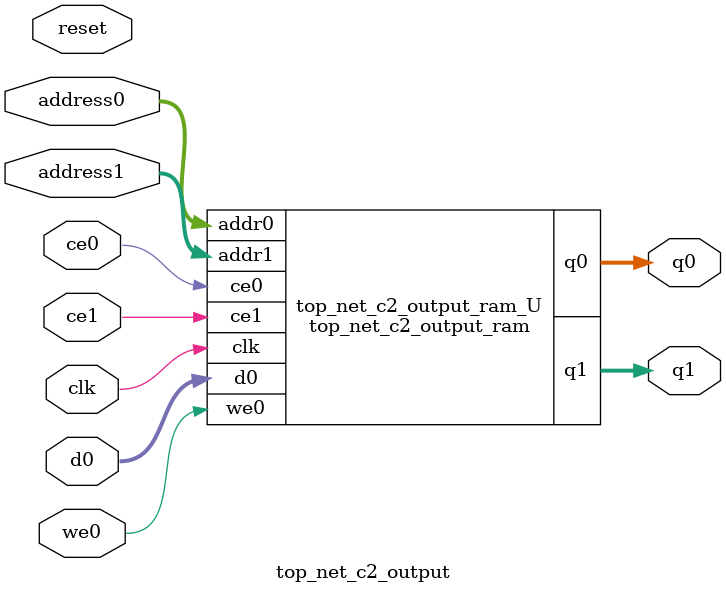
<source format=v>
`timescale 1 ns / 1 ps
module top_net_c2_output_ram (addr0, ce0, d0, we0, q0, addr1, ce1, q1,  clk);

parameter DWIDTH = 32;
parameter AWIDTH = 11;
parameter MEM_SIZE = 1600;

input[AWIDTH-1:0] addr0;
input ce0;
input[DWIDTH-1:0] d0;
input we0;
output reg[DWIDTH-1:0] q0;
input[AWIDTH-1:0] addr1;
input ce1;
output reg[DWIDTH-1:0] q1;
input clk;

(* ram_style = "block" *)reg [DWIDTH-1:0] ram[0:MEM_SIZE-1];




always @(posedge clk)  
begin 
    if (ce0) 
    begin
        if (we0) 
        begin 
            ram[addr0] <= d0; 
        end 
        q0 <= ram[addr0];
    end
end


always @(posedge clk)  
begin 
    if (ce1) 
    begin
        q1 <= ram[addr1];
    end
end


endmodule

`timescale 1 ns / 1 ps
module top_net_c2_output(
    reset,
    clk,
    address0,
    ce0,
    we0,
    d0,
    q0,
    address1,
    ce1,
    q1);

parameter DataWidth = 32'd32;
parameter AddressRange = 32'd1600;
parameter AddressWidth = 32'd11;
input reset;
input clk;
input[AddressWidth - 1:0] address0;
input ce0;
input we0;
input[DataWidth - 1:0] d0;
output[DataWidth - 1:0] q0;
input[AddressWidth - 1:0] address1;
input ce1;
output[DataWidth - 1:0] q1;



top_net_c2_output_ram top_net_c2_output_ram_U(
    .clk( clk ),
    .addr0( address0 ),
    .ce0( ce0 ),
    .we0( we0 ),
    .d0( d0 ),
    .q0( q0 ),
    .addr1( address1 ),
    .ce1( ce1 ),
    .q1( q1 ));

endmodule


</source>
